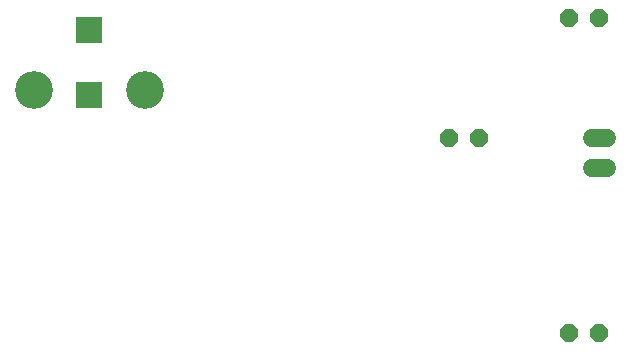
<source format=gbs>
G75*
%MOIN*%
%OFA0B0*%
%FSLAX25Y25*%
%IPPOS*%
%LPD*%
%AMOC8*
5,1,8,0,0,1.08239X$1,22.5*
%
%ADD10OC8,0.06000*%
%ADD11C,0.06000*%
%ADD12R,0.09068X0.09068*%
%ADD13C,0.12611*%
D10*
X0191300Y0151300D03*
X0201300Y0151300D03*
X0231300Y0191300D03*
X0241300Y0191300D03*
X0241300Y0086300D03*
X0231300Y0086300D03*
D11*
X0238700Y0141300D02*
X0243900Y0141300D01*
X0243900Y0151300D02*
X0238700Y0151300D01*
D12*
X0071300Y0165473D03*
X0071300Y0187127D03*
D13*
X0052796Y0167284D03*
X0089804Y0167284D03*
M02*

</source>
